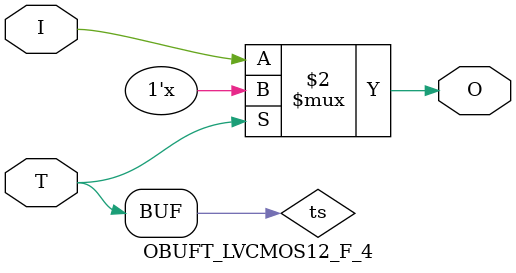
<source format=v>

/*

FUNCTION    : TRI-STATE OUTPUT BUFFER

*/

`celldefine
`timescale  100 ps / 10 ps

module OBUFT_LVCMOS12_F_4 (O, I, T);

    output O;

    input  I, T;

    or O1 (ts, 1'b0, T);
    bufif0 T1 (O, I, ts);

endmodule

</source>
